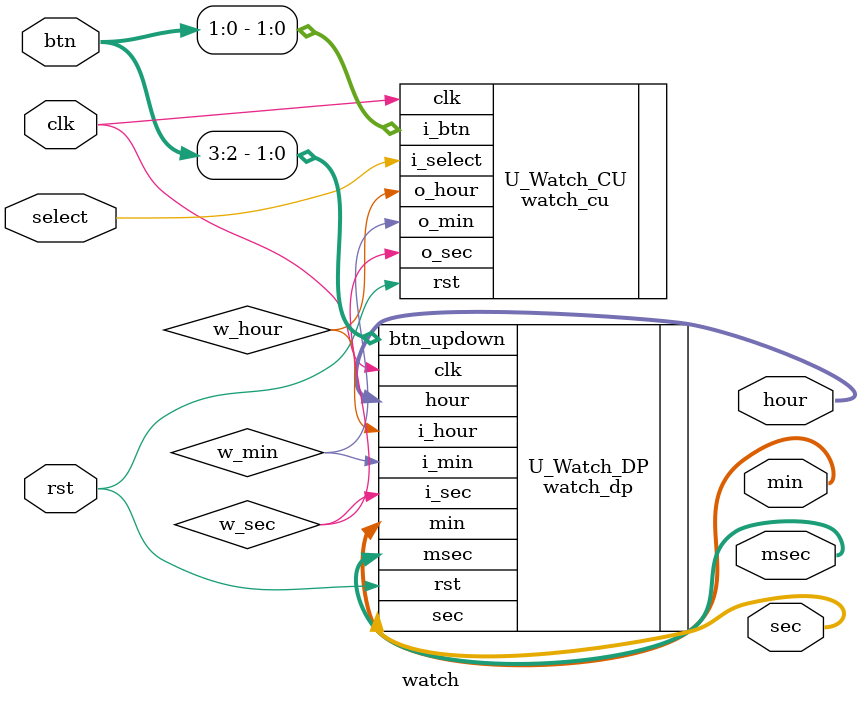
<source format=v>
`timescale 1ns / 1ps

module watch (
    input        clk,
    input        rst,
    input  [3:0] btn,     //Up, Down, Left, Right
    input        select,
    output [6:0] msec,
    output [5:0] sec,
    output [5:0] min,
    output [4:0] hour
);

    wire w_sec, w_min, w_hour;

    watch_cu U_Watch_CU (
        .clk(clk),
        .rst(rst),
        .i_select(select),
        .i_btn(btn[1:0]),
        .o_sec(w_sec),
        .o_min(w_min),
        .o_hour(w_hour)
    );

    watch_dp U_Watch_DP (
        .clk(clk),
        .rst(rst),
        .i_sec(w_sec),
        .i_min(w_min),
        .i_hour(w_hour),
        .btn_updown(btn[3:2]),
        .msec(msec),
        .sec(sec),
        .min(min),
        .hour(hour)
    );

endmodule

</source>
